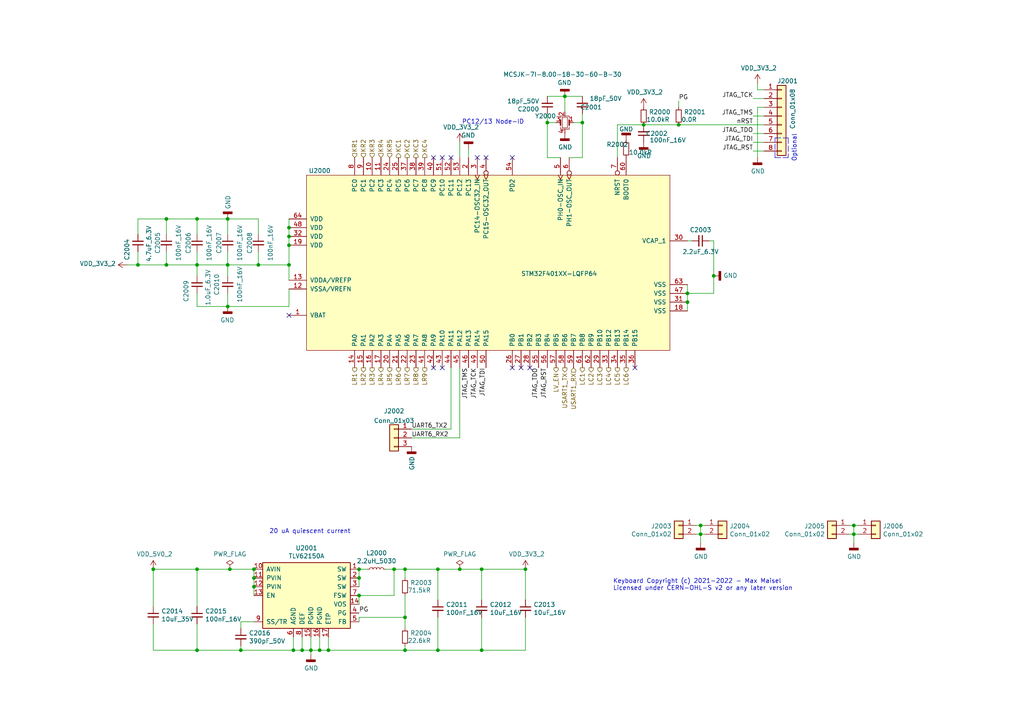
<source format=kicad_sch>
(kicad_sch (version 20211123) (generator eeschema)
  (paper "A4")
  (lib_symbols
    (symbol "Keyboard:0.0R" (pin_numbers hide) (pin_names (offset 0.254) hide)
      (property "Reference" "R" (at 0.762 0.508 0))
      (property "Value" "0.0R" (at 0.762 -1.016 0))
      (symbol "0.0R_0_1"
        (rectangle (start -0.762 1.778) (end 0.762 -1.778) (stroke (width 0.2032)))
      )
      (symbol "0.0R_1_1"
        (pin passive line (at 0 2.54 270) (length 0.762) (name "~") (number "1"))
        (pin passive line (at 0 -2.54 90) (length 0.762) (name "~") (number "2"))
      )
    )
    (symbol "Keyboard:1.0uF_6.3V" (pin_numbers hide) (pin_names (offset 0.254) hide)
      (property "Reference" "C" (at 0.254 1.778 0))
      (property "Value" "1.0uF_6.3V" (at 0.254 -2.032 0))
      (symbol "1.0uF_6.3V_0_1"
        (polyline (pts (xy -1.524 -0.508) (xy 1.524 -0.508)) (stroke (width 0.3302)))
        (polyline (pts (xy -1.524 0.508) (xy 1.524 0.508)) (stroke (width 0.3048)))
      )
      (symbol "1.0uF_6.3V_1_1"
        (pin passive line (at 0 2.54 270) (length 2.032) (name "~") (number "1"))
        (pin passive line (at 0 -2.54 90) (length 2.032) (name "~") (number "2"))
      )
    )
    (symbol "Keyboard:10.0kR" (pin_numbers hide) (pin_names (offset 0.254) hide)
      (property "Reference" "R" (at 0.762 0.508 0))
      (property "Value" "10.0kR" (at 0.762 -1.016 0))
      (symbol "10.0kR_0_1"
        (rectangle (start -0.762 1.778) (end 0.762 -1.778) (stroke (width 0.2032)))
      )
      (symbol "10.0kR_1_1"
        (pin passive line (at 0 2.54 270) (length 0.762) (name "~") (number "1"))
        (pin passive line (at 0 -2.54 90) (length 0.762) (name "~") (number "2"))
      )
    )
    (symbol "Keyboard:100nF_16V" (pin_numbers hide) (pin_names (offset 0.254) hide)
      (property "Reference" "C" (at 0.254 1.778 0))
      (property "Value" "100nF_16V" (at 0.254 -2.032 0))
      (symbol "100nF_16V_0_1"
        (polyline (pts (xy -1.524 -0.508) (xy 1.524 -0.508)) (stroke (width 0.3302)))
        (polyline (pts (xy -1.524 0.508) (xy 1.524 0.508)) (stroke (width 0.3048)))
      )
      (symbol "100nF_16V_1_1"
        (pin passive line (at 0 2.54 270) (length 2.032) (name "~") (number "1"))
        (pin passive line (at 0 -2.54 90) (length 2.032) (name "~") (number "2"))
      )
    )
    (symbol "Keyboard:10uF_16V" (pin_numbers hide) (pin_names (offset 0.254) hide)
      (property "Reference" "C" (at 0.254 1.778 0))
      (property "Value" "10uF_16V" (at 0.254 -2.032 0))
      (symbol "10uF_16V_0_1"
        (polyline (pts (xy -1.524 -0.508) (xy 1.524 -0.508)) (stroke (width 0.3302)))
        (polyline (pts (xy -1.524 0.508) (xy 1.524 0.508)) (stroke (width 0.3048)))
      )
      (symbol "10uF_16V_1_1"
        (pin passive line (at 0 2.54 270) (length 2.032) (name "~") (number "1"))
        (pin passive line (at 0 -2.54 90) (length 2.032) (name "~") (number "2"))
      )
    )
    (symbol "Keyboard:10uF_35V" (pin_numbers hide) (pin_names (offset 0.254) hide)
      (property "Reference" "C" (at 0.254 1.778 0))
      (property "Value" "10uF_35V" (at 0.254 -2.032 0))
      (symbol "10uF_35V_0_1"
        (polyline (pts (xy -1.524 -0.508) (xy 1.524 -0.508)) (stroke (width 0.3302)))
        (polyline (pts (xy -1.524 0.508) (xy 1.524 0.508)) (stroke (width 0.3048)))
      )
      (symbol "10uF_35V_1_1"
        (pin passive line (at 0 2.54 270) (length 2.032) (name "~") (number "1"))
        (pin passive line (at 0 -2.54 90) (length 2.032) (name "~") (number "2"))
      )
    )
    (symbol "Keyboard:18pF_50V" (pin_numbers hide) (pin_names (offset 0.254) hide)
      (property "Reference" "C" (at 0.254 1.778 0))
      (property "Value" "18pF_50V" (at 0.254 -2.032 0))
      (symbol "18pF_50V_0_1"
        (polyline (pts (xy -1.524 -0.508) (xy 1.524 -0.508)) (stroke (width 0.3302)))
        (polyline (pts (xy -1.524 0.508) (xy 1.524 0.508)) (stroke (width 0.3048)))
      )
      (symbol "18pF_50V_1_1"
        (pin passive line (at 0 2.54 270) (length 2.032) (name "~") (number "1"))
        (pin passive line (at 0 -2.54 90) (length 2.032) (name "~") (number "2"))
      )
    )
    (symbol "Keyboard:2.2uF_6.3V" (pin_numbers hide) (pin_names (offset 0.254) hide)
      (property "Reference" "C" (at 0.254 1.778 0))
      (property "Value" "2.2uF_6.3V" (at 0.254 -2.032 0))
      (symbol "2.2uF_6.3V_0_1"
        (polyline (pts (xy -1.524 -0.508) (xy 1.524 -0.508)) (stroke (width 0.3302)))
        (polyline (pts (xy -1.524 0.508) (xy 1.524 0.508)) (stroke (width 0.3048)))
      )
      (symbol "2.2uF_6.3V_1_1"
        (pin passive line (at 0 2.54 270) (length 2.032) (name "~") (number "1"))
        (pin passive line (at 0 -2.54 90) (length 2.032) (name "~") (number "2"))
      )
    )
    (symbol "Keyboard:2.2uH_5030" (pin_numbers hide) (pin_names (offset 0.254) hide)
      (property "Reference" "L" (at 0.762 1.016 0))
      (property "Value" "2.2uH_5030" (at 0.762 -1.016 0))
      (symbol "2.2uH_5030_0_1"
        (arc (start 0 -2.032) (mid 0.508 -1.524) (end 0 -1.016))
        (arc (start 0 -1.016) (mid 0.508 -0.508) (end 0 0))
        (arc (start 0 0) (mid 0.508 0.508) (end 0 1.016))
        (arc (start 0 1.016) (mid 0.508 1.524) (end 0 2.032))
      )
      (symbol "2.2uH_5030_1_1"
        (pin passive line (at 0 2.54 270) (length 0.508) (name "~") (number "1"))
        (pin passive line (at 0 -2.54 90) (length 0.508) (name "~") (number "2"))
      )
    )
    (symbol "Keyboard:22.6kR" (pin_numbers hide) (pin_names (offset 0.254) hide)
      (property "Reference" "R" (at 0.762 0.508 0))
      (property "Value" "22.6kR" (at 0.762 -1.016 0))
      (symbol "22.6kR_0_1"
        (rectangle (start -0.762 1.778) (end 0.762 -1.778) (stroke (width 0.2032)))
      )
      (symbol "22.6kR_1_1"
        (pin passive line (at 0 2.54 270) (length 0.762) (name "~") (number "1"))
        (pin passive line (at 0 -2.54 90) (length 0.762) (name "~") (number "2"))
      )
    )
    (symbol "Keyboard:390pF_50V" (pin_numbers hide) (pin_names (offset 0.254) hide)
      (property "Reference" "C" (at 0.254 1.778 0))
      (property "Value" "390pF_50V" (at 0.254 -2.032 0))
      (symbol "390pF_50V_0_1"
        (polyline (pts (xy -1.524 -0.508) (xy 1.524 -0.508)) (stroke (width 0.3302)))
        (polyline (pts (xy -1.524 0.508) (xy 1.524 0.508)) (stroke (width 0.3048)))
      )
      (symbol "390pF_50V_1_1"
        (pin passive line (at 0 2.54 270) (length 2.032) (name "~") (number "1"))
        (pin passive line (at 0 -2.54 90) (length 2.032) (name "~") (number "2"))
      )
    )
    (symbol "Keyboard:4.7uF_6.3V" (pin_numbers hide) (pin_names (offset 0.254) hide)
      (property "Reference" "C" (at 0.254 1.778 0))
      (property "Value" "4.7uF_6.3V" (at 0.254 -2.032 0))
      (symbol "4.7uF_6.3V_0_1"
        (polyline (pts (xy -1.524 -0.508) (xy 1.524 -0.508)) (stroke (width 0.3302)))
        (polyline (pts (xy -1.524 0.508) (xy 1.524 0.508)) (stroke (width 0.3048)))
      )
      (symbol "4.7uF_6.3V_1_1"
        (pin passive line (at 0 2.54 270) (length 2.032) (name "~") (number "1"))
        (pin passive line (at 0 -2.54 90) (length 2.032) (name "~") (number "2"))
      )
    )
    (symbol "Keyboard:71.5kR" (pin_numbers hide) (pin_names (offset 0.254) hide)
      (property "Reference" "R" (at 0.762 0.508 0))
      (property "Value" "71.5kR" (at 0.762 -1.016 0))
      (symbol "71.5kR_0_1"
        (rectangle (start -0.762 1.778) (end 0.762 -1.778) (stroke (width 0.2032)))
      )
      (symbol "71.5kR_1_1"
        (pin passive line (at 0 2.54 270) (length 0.762) (name "~") (number "1"))
        (pin passive line (at 0 -2.54 90) (length 0.762) (name "~") (number "2"))
      )
    )
    (symbol "Keyboard:Conn_01x02" (pin_names (offset 1.016) hide)
      (property "Reference" "J" (at 0 3.81 0))
      (property "Value" "Conn_01x02" (at 0 -3.81 0))
      (symbol "Conn_01x02_1_1"
        (rectangle (start -1.27 -1.143) (end 0 -1.397) (stroke (width 0.1524)))
        (rectangle (start -1.27 1.397) (end 0 1.143) (stroke (width 0.1524)))
        (rectangle (start -1.27 2.54) (end 1.27 -2.54) (stroke (width 0.254)) (fill (type background)))
        (pin passive line (at -5.08 1.27 0) (length 3.81) (name "Pin_1") (number "1"))
        (pin passive line (at -5.08 -1.27 0) (length 3.81) (name "Pin_2") (number "2"))
      )
    )
    (symbol "Keyboard:Conn_01x03" (pin_names (offset 1.016) hide)
      (property "Reference" "J" (at 0 5.08 0))
      (property "Value" "Conn_01x03" (at 0 -5.715 0))
      (symbol "Conn_01x03_1_1"
        (rectangle (start -1.27 -2.413) (end 0 -2.667) (stroke (width 0.1524)))
        (rectangle (start -1.27 0.127) (end 0 -0.127) (stroke (width 0.1524)))
        (rectangle (start -1.27 2.667) (end 0 2.413) (stroke (width 0.1524)))
        (rectangle (start -1.27 3.81) (end 1.27 -3.81) (stroke (width 0.254)) (fill (type background)))
        (pin passive line (at -5.08 2.54 0) (length 3.81) (name "Pin_1") (number "1"))
        (pin passive line (at -5.08 0 0) (length 3.81) (name "Pin_2") (number "2"))
        (pin passive line (at -5.08 -2.54 0) (length 3.81) (name "Pin_3") (number "3"))
      )
    )
    (symbol "Keyboard:Conn_01x08" (pin_names (offset 1.016) hide)
      (property "Reference" "J" (at 0 10.16 0))
      (property "Value" "Conn_01x08" (at 0 -12.7 0))
      (symbol "Conn_01x08_1_1"
        (rectangle (start -1.27 -10.033) (end 0 -10.287) (stroke (width 0.1524)))
        (rectangle (start -1.27 -7.493) (end 0 -7.747) (stroke (width 0.1524)))
        (rectangle (start -1.27 -4.953) (end 0 -5.207) (stroke (width 0.1524)))
        (rectangle (start -1.27 -2.413) (end 0 -2.667) (stroke (width 0.1524)))
        (rectangle (start -1.27 0.127) (end 0 -0.127) (stroke (width 0.1524)))
        (rectangle (start -1.27 2.667) (end 0 2.413) (stroke (width 0.1524)))
        (rectangle (start -1.27 5.207) (end 0 4.953) (stroke (width 0.1524)))
        (rectangle (start -1.27 7.747) (end 0 7.493) (stroke (width 0.1524)))
        (rectangle (start -1.27 8.89) (end 1.27 -11.43) (stroke (width 0.254)) (fill (type background)))
        (pin passive line (at -5.08 7.62 0) (length 3.81) (name "Pin_1") (number "1"))
        (pin passive line (at -5.08 5.08 0) (length 3.81) (name "Pin_2") (number "2"))
        (pin passive line (at -5.08 2.54 0) (length 3.81) (name "Pin_3") (number "3"))
        (pin passive line (at -5.08 0 0) (length 3.81) (name "Pin_4") (number "4"))
        (pin passive line (at -5.08 -2.54 0) (length 3.81) (name "Pin_5") (number "5"))
        (pin passive line (at -5.08 -5.08 0) (length 3.81) (name "Pin_6") (number "6"))
        (pin passive line (at -5.08 -7.62 0) (length 3.81) (name "Pin_7") (number "7"))
        (pin passive line (at -5.08 -10.16 0) (length 3.81) (name "Pin_8") (number "8"))
      )
    )
    (symbol "Keyboard:GND" (power) (pin_names (offset 0))
      (property "Value" "GND" (at 0 -3.175 0))
      (symbol "GND_0_1"
        (rectangle (start -1.27 -1.524) (end 1.27 -2.032) (stroke (width 0.254)) (fill (type outline)))
        (polyline (pts (xy 0 0) (xy 0 -1.524)))
      )
      (symbol "GND_1_1"
        (pin power_in line (at 0 0 270) (length 0) hide (name "GND") (number "1"))
      )
    )
    (symbol "Keyboard:MCSJK-7I-8.00-18-30-60-B-30" (pin_names (offset 1.016) hide)
      (property "Reference" "Y" (at 1.27 4.445 0))
      (property "Value" "MCSJK-7I-8.00-18-30-60-B-30" (at 1.27 2.54 0))
      (symbol "MCSJK-7I-8.00-18-30-60-B-30_0_1"
        (rectangle (start -0.762 -1.524) (end 0.762 1.524))
        (polyline (pts (xy -1.27 -0.762) (xy -1.27 0.762)) (stroke (width 0.381)))
        (polyline (pts (xy 1.27 -0.762) (xy 1.27 0.762)) (stroke (width 0.381)))
        (polyline (pts (xy -1.27 -1.27) (xy -1.27 -1.905) (xy 1.27 -1.905) (xy 1.27 -1.27)))
        (polyline (pts (xy -1.27 1.27) (xy -1.27 1.905) (xy 1.27 1.905) (xy 1.27 1.27)))
      )
      (symbol "MCSJK-7I-8.00-18-30-60-B-30_1_1"
        (pin passive line (at -2.54 0 0) (length 1.27) (name "1") (number "1"))
        (pin passive line (at 0 -3.175 90) (length 1.27) (name "2") (number "2"))
        (pin passive line (at 2.54 0 180) (length 1.27) (name "3") (number "3"))
        (pin passive line (at 0 3.175 270) (length 1.27) (name "4") (number "4"))
      )
    )
    (symbol "Keyboard:PWR_FLAG" (power) (pin_numbers hide) (pin_names (offset 0) hide)
      (property "Value" "PWR_FLAG" (at 0 3.81 0))
      (symbol "PWR_FLAG_0_0"
        (pin power_out line (at 0 0 90) (length 0) (name "pwr") (number "1"))
      )
      (symbol "PWR_FLAG_0_1"
        (polyline (pts (xy 0 0) (xy 0 1.27) (xy -1.016 1.905) (xy 0 2.54) (xy 1.016 1.905) (xy 0 1.27)))
      )
    )
    (symbol "Keyboard:STM32F401XX-LQFP64" (pin_names (offset 1.016))
      (property "Reference" "U" (at -36.83 77.47 0))
      (property "Value" "STM32F401XX-LQFP64" (at 20.32 -31.75 0))
      (symbol "STM32F401XX-LQFP64_0_1"
        (rectangle (start -25.4 76.2) (end 25.4 -29.21) (fill (type background)))
      )
      (symbol "STM32F401XX-LQFP64_1_1"
        (pin power_in line (at -15.24 81.28 270) (length 5.08) (name "VBAT") (number "1"))
        (pin bidirectional line (at 30.48 57.15 180) (length 5.08) (name "PC2") (number "10"))
        (pin bidirectional line (at 30.48 54.61 180) (length 5.08) (name "PC3") (number "11"))
        (pin power_in line (at -7.62 81.28 270) (length 5.08) (name "VSSA/VREFN") (number "12"))
        (pin power_in line (at -5.08 81.28 270) (length 5.08) (name "VDDA/VREFP") (number "13"))
        (pin bidirectional line (at -30.48 62.23 0) (length 5.08) (name "PA0") (number "14"))
        (pin bidirectional line (at -30.48 59.69 0) (length 5.08) (name "PA1") (number "15"))
        (pin bidirectional line (at -30.48 57.15 0) (length 5.08) (name "PA2") (number "16"))
        (pin bidirectional line (at -30.48 54.61 0) (length 5.08) (name "PA3") (number "17"))
        (pin power_in line (at -13.97 -34.29 90) (length 5.08) (name "VSS") (number "18"))
        (pin power_in line (at 5.08 81.28 270) (length 5.08) (name "VDD") (number "19"))
        (pin bidirectional line (at 30.48 29.21 180) (length 5.08) (name "PC13") (number "2"))
        (pin bidirectional line (at -30.48 52.07 0) (length 5.08) (name "PA4") (number "20"))
        (pin bidirectional line (at -30.48 49.53 0) (length 5.08) (name "PA5") (number "21"))
        (pin bidirectional line (at -30.48 46.99 0) (length 5.08) (name "PA6") (number "22"))
        (pin bidirectional line (at -30.48 44.45 0) (length 5.08) (name "PA7") (number "23"))
        (pin bidirectional line (at 30.48 52.07 180) (length 5.08) (name "PC4") (number "24"))
        (pin bidirectional line (at 30.48 49.53 180) (length 5.08) (name "PC5") (number "25"))
        (pin bidirectional line (at -30.48 16.51 0) (length 5.08) (name "PB0") (number "26"))
        (pin bidirectional line (at -30.48 13.97 0) (length 5.08) (name "PB1") (number "27"))
        (pin bidirectional line (at -30.48 11.43 0) (length 5.08) (name "PB2") (number "28"))
        (pin bidirectional line (at -30.48 -8.89 0) (length 5.08) (name "PB10") (number "29"))
        (pin bidirectional clock (at 30.48 26.67 180) (length 5.08) (name "PC14-OSC32_IN") (number "3"))
        (pin passive line (at 6.35 -34.29 90) (length 5.08) (name "VCAP_1") (number "30"))
        (pin power_in line (at -11.43 -34.29 90) (length 5.08) (name "VSS") (number "31"))
        (pin power_in line (at 7.62 81.28 270) (length 5.08) (name "VDD") (number "32"))
        (pin bidirectional line (at -30.48 -11.43 0) (length 5.08) (name "PB12") (number "33"))
        (pin bidirectional line (at -30.48 -13.97 0) (length 5.08) (name "PB13") (number "34"))
        (pin bidirectional line (at -30.48 -16.51 0) (length 5.08) (name "PB14") (number "35"))
        (pin bidirectional line (at -30.48 -19.05 0) (length 5.08) (name "PB15") (number "36"))
        (pin bidirectional line (at 30.48 46.99 180) (length 5.08) (name "PC6") (number "37"))
        (pin bidirectional line (at 30.48 44.45 180) (length 5.08) (name "PC7") (number "38"))
        (pin bidirectional line (at 30.48 41.91 180) (length 5.08) (name "PC8") (number "39"))
        (pin bidirectional inverted_clock (at 30.48 24.13 180) (length 5.08) (name "PC15-OSC32_OUT") (number "4"))
        (pin bidirectional line (at 30.48 39.37 180) (length 5.08) (name "PC9") (number "40"))
        (pin bidirectional line (at -30.48 41.91 0) (length 5.08) (name "PA8") (number "41"))
        (pin bidirectional line (at -30.48 39.37 0) (length 5.08) (name "PA9") (number "42"))
        (pin bidirectional line (at -30.48 36.83 0) (length 5.08) (name "PA10") (number "43"))
        (pin bidirectional line (at -30.48 34.29 0) (length 5.08) (name "PA11") (number "44"))
        (pin bidirectional line (at -30.48 31.75 0) (length 5.08) (name "PA12") (number "45"))
        (pin bidirectional line (at -30.48 29.21 0) (length 5.08) (name "PA13") (number "46"))
        (pin power_in line (at -8.89 -34.29 90) (length 5.08) (name "VSS") (number "47"))
        (pin power_in line (at 10.16 81.28 270) (length 5.08) (name "VDD") (number "48"))
        (pin bidirectional line (at -30.48 26.67 0) (length 5.08) (name "PA14") (number "49"))
        (pin bidirectional clock (at 30.48 2.54 180) (length 5.08) (name "PH0-OSC_IN") (number "5"))
        (pin bidirectional line (at -30.48 24.13 0) (length 5.08) (name "PA15") (number "50"))
        (pin bidirectional line (at 30.48 36.83 180) (length 5.08) (name "PC10") (number "51"))
        (pin bidirectional line (at 30.48 34.29 180) (length 5.08) (name "PC11") (number "52"))
        (pin bidirectional line (at 30.48 31.75 180) (length 5.08) (name "PC12") (number "53"))
        (pin bidirectional line (at 30.48 16.51 180) (length 5.08) (name "PD2") (number "54"))
        (pin bidirectional line (at -30.48 8.89 0) (length 5.08) (name "PB3") (number "55"))
        (pin bidirectional line (at -30.48 6.35 0) (length 5.08) (name "PB4") (number "56"))
        (pin bidirectional line (at -30.48 3.81 0) (length 5.08) (name "PB5") (number "57"))
        (pin bidirectional line (at -30.48 1.27 0) (length 5.08) (name "PB6") (number "58"))
        (pin bidirectional line (at -30.48 -1.27 0) (length 5.08) (name "PB7") (number "59"))
        (pin bidirectional inverted_clock (at 30.48 0 180) (length 5.08) (name "PH1-OSC_OUT") (number "6"))
        (pin input line (at 30.48 -16.51 180) (length 5.08) (name "BOOT0") (number "60"))
        (pin bidirectional line (at -30.48 -3.81 0) (length 5.08) (name "PB8") (number "61"))
        (pin bidirectional line (at -30.48 -6.35 0) (length 5.08) (name "PB9") (number "62"))
        (pin power_in line (at -6.35 -34.29 90) (length 5.08) (name "VSS") (number "63"))
        (pin power_in line (at 12.7 81.28 270) (length 5.08) (name "VDD") (number "64"))
        (pin input inverted (at 30.48 -13.97 180) (length 5.08) (name "NRST") (number "7"))
        (pin bidirectional line (at 30.48 62.23 180) (length 5.08) (name "PC0") (number "8"))
        (pin bidirectional line (at 30.48 59.69 180) (length 5.08) (name "PC1") (number "9"))
      )
    )
    (symbol "Keyboard:TLV62150A" (pin_names (offset 1.016))
      (property "Reference" "U" (at -11.43 10.16 0))
      (property "Value" "TLV62150A" (at 7.62 10.16 0))
      (symbol "TLV62150A_0_1"
        (rectangle (start 12.7 -10.16) (end -12.7 8.89) (stroke (width 0.254)) (fill (type background)))
      )
      (symbol "TLV62150A_1_1"
        (pin output line (at 15.24 6.985 180) (length 2.54) (name "SW") (number "1"))
        (pin power_in line (at -15.24 6.985 0) (length 2.54) (name "AVIN") (number "10"))
        (pin power_in line (at -15.24 4.445 0) (length 2.54) (name "PVIN") (number "11"))
        (pin power_in line (at -15.24 1.905 0) (length 2.54) (name "PVIN") (number "12"))
        (pin input line (at -15.24 -0.635 0) (length 2.54) (name "EN") (number "13"))
        (pin input line (at 15.24 -3.175 180) (length 2.54) (name "VOS") (number "14"))
        (pin power_in line (at 1.27 -12.7 90) (length 2.54) (name "PGND") (number "15"))
        (pin power_in line (at 3.81 -12.7 90) (length 2.54) (name "PGND") (number "16"))
        (pin power_in line (at 6.35 -12.7 90) (length 2.54) (name "ETP") (number "17"))
        (pin passive line (at 15.24 4.445 180) (length 2.54) (name "SW") (number "2"))
        (pin passive line (at 15.24 1.905 180) (length 2.54) (name "SW") (number "3"))
        (pin output line (at 15.24 -5.715 180) (length 2.54) (name "PG") (number "4"))
        (pin input line (at 15.24 -8.255 180) (length 2.54) (name "FB") (number "5"))
        (pin power_in line (at -3.81 -12.7 90) (length 2.54) (name "AGND") (number "6"))
        (pin input line (at 15.24 -0.635 180) (length 2.54) (name "FSW") (number "7"))
        (pin input line (at -1.27 -12.7 90) (length 2.54) (name "DEF") (number "8"))
        (pin input line (at -15.24 -8.255 0) (length 2.54) (name "SS/TR") (number "9"))
      )
    )
    (symbol "Keyboard:VDD_3V3_2" (power) (pin_names (offset 0))
      (property "Value" "VDD_3V3_2" (at 0 3.556 0))
      (symbol "VDD_3V3_2_0_1"
        (polyline (pts (xy -0.762 1.27) (xy 0 2.54)))
        (polyline (pts (xy 0 0) (xy 0 2.54)))
        (polyline (pts (xy 0 2.54) (xy 0.762 1.27)))
      )
      (symbol "VDD_3V3_2_1_1"
        (pin power_in line (at 0 0 90) (length 0) hide (name "VDD_3V3_2") (number "1"))
      )
    )
    (symbol "Keyboard:VDD_5V0_2" (power) (pin_names (offset 0))
      (property "Value" "VDD_5V0_2" (at 0 3.556 0))
      (symbol "VDD_5V0_2_0_1"
        (polyline (pts (xy -0.762 1.27) (xy 0 2.54)))
        (polyline (pts (xy 0 0) (xy 0 2.54)))
        (polyline (pts (xy 0 2.54) (xy 0.762 1.27)))
      )
      (symbol "VDD_5V0_2_1_1"
        (pin power_in line (at 0 0 90) (length 0) hide (name "VDD_5V0_2") (number "1"))
      )
    )
  )
  (junction (at 73.66 165.1))
  (junction (at 73.66 170.18))
  (junction (at 83.82 71.12))
  (junction (at 48.26 76.835))
  (junction (at 40.005 76.835))
  (junction (at 69.85 188.595))
  (junction (at 139.7 188.595))
  (junction (at 57.15 188.595))
  (junction (at 83.82 66.04))
  (junction (at 199.39 87.63))
  (junction (at 104.14 167.64))
  (junction (at 163.83 27.94))
  (junction (at 203.2 152.4))
  (junction (at 152.4 165.1))
  (junction (at 199.39 85.09))
  (junction (at 196.85 36.195))
  (junction (at 186.69 36.195))
  (junction (at 83.82 68.58))
  (junction (at 104.14 165.1))
  (junction (at 90.17 188.595))
  (junction (at 117.475 188.595))
  (junction (at 83.82 76.835))
  (junction (at 247.65 154.94))
  (junction (at 207.01 80.01))
  (junction (at 73.66 167.64))
  (junction (at 57.15 76.835))
  (junction (at 158.75 35.56))
  (junction (at 203.2 154.94))
  (junction (at 85.09 188.595))
  (junction (at 87.63 188.595))
  (junction (at 92.71 188.595))
  (junction (at 117.475 179.07))
  (junction (at 44.45 165.1))
  (junction (at 66.04 88.9))
  (junction (at 247.65 152.4))
  (junction (at 66.04 63.5))
  (junction (at 127 188.595))
  (junction (at 66.04 76.835))
  (junction (at 95.25 188.595))
  (junction (at 168.91 35.56))
  (junction (at 104.14 172.72))
  (junction (at 117.475 165.1))
  (junction (at 139.7 165.1))
  (junction (at 114.3 165.1))
  (junction (at 127 165.1))
  (junction (at 66.675 165.1))
  (junction (at 133.35 165.1))
  (junction (at 48.26 63.5))
  (junction (at 57.15 165.1))
  (junction (at 57.15 63.5))
  (junction (at 74.93 76.835))
  (no_connect (at 125.73 106.68))
  (no_connect (at 148.59 106.68))
  (no_connect (at 184.15 106.68))
  (no_connect (at 138.43 45.72))
  (no_connect (at 128.27 45.72))
  (no_connect (at 148.59 45.72))
  (no_connect (at 140.97 45.72))
  (no_connect (at 125.73 45.72))
  (no_connect (at 130.81 45.72))
  (no_connect (at 128.27 106.68))
  (no_connect (at 151.13 106.68))
  (no_connect (at 153.67 106.68))
  (no_connect (at 83.82 91.44))
  (wire (pts (xy 199.39 87.63) (xy 199.39 85.09)))
  (wire (pts (xy 199.39 85.09) (xy 199.39 82.55)))
  (polyline (pts (xy 224.79 40.005) (xy 228.6 40.005)))
  (wire (pts (xy 186.69 36.195) (xy 196.85 36.195)))
  (wire (pts (xy 246.38 152.4) (xy 247.65 152.4)))
  (wire (pts (xy 221.615 33.655) (xy 218.44 33.655)))
  (wire (pts (xy 87.63 184.785) (xy 87.63 188.595)))
  (wire (pts (xy 196.85 29.21) (xy 196.85 31.115)))
  (wire (pts (xy 133.35 106.68) (xy 133.35 127)))
  (wire (pts (xy 40.005 73.025) (xy 40.005 76.835)))
  (wire (pts (xy 201.93 154.94) (xy 203.2 154.94)))
  (wire (pts (xy 111.76 165.1) (xy 114.3 165.1)))
  (wire (pts (xy 114.3 172.72) (xy 114.3 165.1)))
  (wire (pts (xy 247.65 152.4) (xy 247.65 154.94)))
  (wire (pts (xy 95.25 184.785) (xy 95.25 188.595)))
  (wire (pts (xy 40.005 67.945) (xy 40.005 63.5)))
  (wire (pts (xy 83.82 66.04) (xy 83.82 68.58)))
  (wire (pts (xy 139.7 173.99) (xy 139.7 165.1)))
  (wire (pts (xy 66.04 88.9) (xy 66.04 85.09)))
  (wire (pts (xy 207.01 85.09) (xy 207.01 80.01)))
  (wire (pts (xy 152.4 188.595) (xy 139.7 188.595)))
  (wire (pts (xy 119.38 127) (xy 133.35 127)))
  (wire (pts (xy 117.475 172.72) (xy 117.475 179.07)))
  (wire (pts (xy 57.15 80.01) (xy 57.15 76.835)))
  (wire (pts (xy 85.09 184.785) (xy 85.09 188.595)))
  (wire (pts (xy 130.81 124.46) (xy 130.81 106.68)))
  (wire (pts (xy 152.4 165.1) (xy 152.4 173.99)))
  (wire (pts (xy 66.675 165.1) (xy 73.66 165.1)))
  (wire (pts (xy 165.1 45.72) (xy 168.91 45.72)))
  (wire (pts (xy 57.15 165.1) (xy 66.675 165.1)))
  (wire (pts (xy 117.475 179.07) (xy 117.475 182.245)))
  (wire (pts (xy 179.07 36.195) (xy 179.07 45.72)))
  (wire (pts (xy 57.15 88.9) (xy 66.04 88.9)))
  (wire (pts (xy 104.14 179.07) (xy 117.475 179.07)))
  (wire (pts (xy 152.4 179.07) (xy 152.4 188.595)))
  (wire (pts (xy 158.75 45.72) (xy 162.56 45.72)))
  (wire (pts (xy 139.7 188.595) (xy 127 188.595)))
  (wire (pts (xy 83.82 76.835) (xy 74.93 76.835)))
  (wire (pts (xy 44.45 165.1) (xy 57.15 165.1)))
  (wire (pts (xy 200.66 69.85) (xy 199.39 69.85)))
  (wire (pts (xy 247.65 154.94) (xy 248.92 154.94)))
  (wire (pts (xy 218.44 38.735) (xy 221.615 38.735)))
  (wire (pts (xy 246.38 154.94) (xy 247.65 154.94)))
  (wire (pts (xy 117.475 165.1) (xy 127 165.1)))
  (wire (pts (xy 117.475 165.1) (xy 117.475 167.64)))
  (polyline (pts (xy 224.79 45.72) (xy 228.6 45.72)))
  (wire (pts (xy 168.91 35.56) (xy 166.37 35.56)))
  (wire (pts (xy 73.66 170.18) (xy 73.66 172.72)))
  (wire (pts (xy 40.005 63.5) (xy 48.26 63.5)))
  (wire (pts (xy 219.71 31.115) (xy 221.615 31.115)))
  (wire (pts (xy 119.38 124.46) (xy 130.81 124.46)))
  (wire (pts (xy 114.3 165.1) (xy 117.475 165.1)))
  (wire (pts (xy 117.475 188.595) (xy 95.25 188.595)))
  (wire (pts (xy 57.15 73.025) (xy 57.15 76.835)))
  (wire (pts (xy 219.71 24.13) (xy 219.71 26.035)))
  (wire (pts (xy 66.04 63.5) (xy 57.15 63.5)))
  (wire (pts (xy 90.17 189.865) (xy 90.17 188.595)))
  (wire (pts (xy 168.91 45.72) (xy 168.91 35.56)))
  (wire (pts (xy 57.15 76.835) (xy 48.26 76.835)))
  (wire (pts (xy 74.93 67.945) (xy 74.93 63.5)))
  (wire (pts (xy 133.35 165.1) (xy 139.7 165.1)))
  (wire (pts (xy 207.01 69.85) (xy 207.01 80.01)))
  (wire (pts (xy 104.14 172.72) (xy 114.3 172.72)))
  (wire (pts (xy 203.2 154.94) (xy 204.47 154.94)))
  (wire (pts (xy 104.14 175.26) (xy 104.14 172.72)))
  (wire (pts (xy 74.93 73.025) (xy 74.93 76.835)))
  (wire (pts (xy 104.14 167.64) (xy 104.14 170.18)))
  (wire (pts (xy 44.45 180.975) (xy 44.45 188.595)))
  (wire (pts (xy 104.14 165.1) (xy 104.14 167.64)))
  (wire (pts (xy 66.04 67.945) (xy 66.04 63.5)))
  (wire (pts (xy 57.15 175.895) (xy 57.15 165.1)))
  (wire (pts (xy 36.83 76.835) (xy 40.005 76.835)))
  (wire (pts (xy 73.66 165.1) (xy 73.66 167.64)))
  (wire (pts (xy 57.15 67.945) (xy 57.15 63.5)))
  (wire (pts (xy 74.93 76.835) (xy 66.04 76.835)))
  (wire (pts (xy 117.475 187.325) (xy 117.475 188.595)))
  (wire (pts (xy 158.75 35.56) (xy 158.75 45.72)))
  (wire (pts (xy 163.83 27.94) (xy 158.75 27.94)))
  (wire (pts (xy 104.14 180.34) (xy 104.14 179.07)))
  (polyline (pts (xy 228.6 40.005) (xy 228.6 45.72)))
  (wire (pts (xy 127 188.595) (xy 117.475 188.595)))
  (wire (pts (xy 127 179.07) (xy 127 188.595)))
  (wire (pts (xy 85.09 188.595) (xy 87.63 188.595)))
  (wire (pts (xy 133.35 41.275) (xy 133.35 45.72)))
  (wire (pts (xy 168.91 33.02) (xy 168.91 35.56)))
  (wire (pts (xy 163.83 32.385) (xy 163.83 27.94)))
  (wire (pts (xy 161.29 35.56) (xy 158.75 35.56)))
  (wire (pts (xy 196.85 36.195) (xy 221.615 36.195)))
  (wire (pts (xy 168.91 27.94) (xy 163.83 27.94)))
  (wire (pts (xy 83.82 71.12) (xy 83.82 76.835)))
  (wire (pts (xy 218.44 28.575) (xy 221.615 28.575)))
  (wire (pts (xy 104.14 165.1) (xy 106.68 165.1)))
  (wire (pts (xy 66.04 76.835) (xy 57.15 76.835)))
  (wire (pts (xy 92.71 184.785) (xy 92.71 188.595)))
  (wire (pts (xy 57.15 180.975) (xy 57.15 188.595)))
  (wire (pts (xy 219.71 45.72) (xy 219.71 31.115)))
  (wire (pts (xy 92.71 188.595) (xy 90.17 188.595)))
  (wire (pts (xy 203.2 157.48) (xy 203.2 154.94)))
  (wire (pts (xy 40.005 76.835) (xy 48.26 76.835)))
  (wire (pts (xy 158.75 35.56) (xy 158.75 33.02)))
  (wire (pts (xy 57.15 85.09) (xy 57.15 88.9)))
  (wire (pts (xy 83.82 68.58) (xy 83.82 71.12)))
  (wire (pts (xy 186.69 36.195) (xy 179.07 36.195)))
  (wire (pts (xy 57.15 188.595) (xy 69.85 188.595)))
  (wire (pts (xy 139.7 179.07) (xy 139.7 188.595)))
  (wire (pts (xy 203.2 152.4) (xy 204.47 152.4)))
  (wire (pts (xy 66.04 80.01) (xy 66.04 76.835)))
  (wire (pts (xy 66.04 73.025) (xy 66.04 76.835)))
  (wire (pts (xy 83.82 83.82) (xy 83.82 88.9)))
  (wire (pts (xy 69.85 188.595) (xy 85.09 188.595)))
  (wire (pts (xy 73.66 167.64) (xy 73.66 170.18)))
  (wire (pts (xy 69.85 182.245) (xy 69.85 180.34)))
  (wire (pts (xy 87.63 188.595) (xy 90.17 188.595)))
  (wire (pts (xy 48.26 73.025) (xy 48.26 76.835)))
  (wire (pts (xy 201.93 152.4) (xy 203.2 152.4)))
  (wire (pts (xy 127 165.1) (xy 133.35 165.1)))
  (wire (pts (xy 127 173.99) (xy 127 165.1)))
  (wire (pts (xy 44.45 175.895) (xy 44.45 165.1)))
  (wire (pts (xy 247.65 152.4) (xy 248.92 152.4)))
  (wire (pts (xy 203.2 152.4) (xy 203.2 154.94)))
  (wire (pts (xy 221.615 41.275) (xy 218.44 41.275)))
  (wire (pts (xy 83.82 63.5) (xy 83.82 66.04)))
  (wire (pts (xy 199.39 90.17) (xy 199.39 87.63)))
  (wire (pts (xy 95.25 188.595) (xy 92.71 188.595)))
  (wire (pts (xy 199.39 85.09) (xy 207.01 85.09)))
  (wire (pts (xy 247.65 157.48) (xy 247.65 154.94)))
  (wire (pts (xy 57.15 63.5) (xy 48.26 63.5)))
  (wire (pts (xy 69.85 180.34) (xy 73.66 180.34)))
  (polyline (pts (xy 224.79 45.72) (xy 224.79 40.005)))
  (wire (pts (xy 48.26 63.5) (xy 48.26 67.945)))
  (wire (pts (xy 83.82 76.835) (xy 83.82 81.28)))
  (wire (pts (xy 90.17 188.595) (xy 90.17 184.785)))
  (wire (pts (xy 135.89 43.18) (xy 135.89 45.72)))
  (wire (pts (xy 218.44 43.815) (xy 221.615 43.815)))
  (wire (pts (xy 205.74 69.85) (xy 207.01 69.85)))
  (wire (pts (xy 139.7 165.1) (xy 152.4 165.1)))
  (wire (pts (xy 69.85 187.325) (xy 69.85 188.595)))
  (wire (pts (xy 66.04 63.5) (xy 74.93 63.5)))
  (wire (pts (xy 66.04 88.9) (xy 83.82 88.9)))
  (wire (pts (xy 44.45 188.595) (xy 57.15 188.595)))
  (wire (pts (xy 219.71 26.035) (xy 221.615 26.035)))
  (text "20 uA quiescent current" (at 78.105 154.94 0) (effects (font (size 1.27 1.27)) (justify left bottom)))
  (text "Optional" (at 231.14 46.99 90) (effects (font (size 1.27 1.27)) (justify left bottom)))
  (text "PC12/13 Node-ID" (at 133.985 36.195 0) (effects (font (size 1.27 1.27)) (justify left bottom)))
  (text "Keyboard Copyright (c) 2021-2022 - Max Maisel\nLicensed under CERN-OHL-S v2 or any later version" (at 177.8 171.45 0) (effects (font (size 1.27 1.27)) (justify left bottom)))
  (label "PG" (at 196.85 29.21 0))
  (label "JTAG_TDI" (at 140.97 106.68 270))
  (label "nRST" (at 218.44 36.195 180))
  (label "JTAG_TDO" (at 156.21 106.68 270))
  (label "UART6_RX2" (at 119.38 127 0))
  (label "JTAG_TMS" (at 218.44 33.655 180))
  (label "JTAG_TCK" (at 218.44 28.575 180))
  (label "JTAG_RST" (at 158.75 106.68 270))
  (label "PG" (at 104.14 177.8 0))
  (label "JTAG_RST" (at 218.44 43.815 180))
  (label "JTAG_TDI" (at 218.44 41.275 180))
  (label "UART6_TX2" (at 119.38 124.46 0))
  (label "JTAG_TMS" (at 135.89 106.68 270))
  (label "JTAG_TDO" (at 218.44 38.735 180))
  (label "JTAG_TCK" (at 138.43 106.68 270))
  (hierarchical_label "KR3" (shape input) (at 107.95 45.72 90))
  (hierarchical_label "KC1" (shape output) (at 115.57 45.72 90))
  (hierarchical_label "KC4" (shape output) (at 123.19 45.72 90))
  (hierarchical_label "LC2" (shape output) (at 171.45 106.68 270))
  (hierarchical_label "LC3" (shape output) (at 173.99 106.68 270))
  (hierarchical_label "USART1_TX" (shape output) (at 163.83 106.68 270))
  (hierarchical_label "LC1" (shape output) (at 168.91 106.68 270))
  (hierarchical_label "KR1" (shape input) (at 102.87 45.72 90))
  (hierarchical_label "LR9" (shape output) (at 123.19 106.68 270))
  (hierarchical_label "KR5" (shape input) (at 113.03 45.72 90))
  (hierarchical_label "LR4" (shape output) (at 110.49 106.68 270))
  (hierarchical_label "KC2" (shape output) (at 118.11 45.72 90))
  (hierarchical_label "LR1" (shape output) (at 102.87 106.68 270))
  (hierarchical_label "LC6" (shape output) (at 181.61 106.68 270))
  (hierarchical_label "LR8" (shape output) (at 120.65 106.68 270))
  (hierarchical_label "KR2" (shape input) (at 105.41 45.72 90))
  (hierarchical_label "LR3" (shape output) (at 107.95 106.68 270))
  (hierarchical_label "LC4" (shape output) (at 176.53 106.68 270))
  (hierarchical_label "KR4" (shape input) (at 110.49 45.72 90))
  (hierarchical_label "USART1_RX" (shape input) (at 166.37 106.68 270))
  (hierarchical_label "KC3" (shape output) (at 120.65 45.72 90))
  (hierarchical_label "LC5" (shape output) (at 179.07 106.68 270))
  (hierarchical_label "LR2" (shape output) (at 105.41 106.68 270))
  (hierarchical_label "LR5" (shape output) (at 113.03 106.68 270))
  (hierarchical_label "LV_EN" (shape output) (at 161.29 106.68 270))
  (hierarchical_label "LR6" (shape output) (at 115.57 106.68 270))
  (hierarchical_label "LR7" (shape output) (at 118.11 106.68 270))
  (symbol (lib_id "Keyboard:100nF_16V") (at 57.15 70.485 0) (mirror y) (unit 1)
    (property "Reference" "C2006" (at 54.61 70.485 90))
    (property "Value" "100nF_16V" (at 60.6552 70.485 90))
    (property "Footprint" "Keyboard:C_0402" (effects hide))
    (property "Datasheet" "80-C0402C104K4R" (effects hide))
    (property "mouser#" "80-C0402C104K4R" (effects hide))
  )
  (symbol (lib_id "Keyboard:100nF_16V") (at 74.93 70.485 0) (mirror y) (unit 1)
    (property "Reference" "C2008" (at 72.39 70.485 90))
    (property "Value" "100nF_16V" (at 78.4352 70.485 90))
    (property "Footprint" "Keyboard:C_0402" (effects hide))
    (property "Datasheet" "80-C0402C104K4R" (effects hide))
    (property "mouser#" "80-C0402C104K4R" (effects hide))
  )
  (symbol (lib_id "Keyboard:MCSJK-7I-8.00-18-30-60-B-30") (at 163.83 35.56 180) (unit 1)
    (property "Reference" "Y2000" (at 161.29 33.655 0) (effects (justify left)))
    (property "Value" "MCSJK-7I-8.00-18-30-60-B-30" (at 180.34 21.59 0) (effects (justify left)))
    (property "Footprint" "Keyboard:Crystal_SMD_Multicomp_5032" (effects hide))
    (property "Datasheet" "http://www.farnell.com/datasheets/2864167.pdf" (effects hide))
    (property "farnell#" "2854013" (effects hide))
    (property "manf#" "MCSJK-7I-8.00-18-30-60-B-30" (effects hide))
  )
  (symbol (lib_id "Keyboard:GND") (at 186.69 41.275 0) (unit 1)
    (property "Reference" "#PWR02006" (effects hide))
    (property "Value" "GND" (at 186.7916 45.212 0))
  )
  (symbol (lib_id "Keyboard:VDD_3V3_2") (at 219.71 24.13 0) (unit 1)
    (property "Reference" "#PWR02000" (effects hide))
    (property "Value" "VDD_3V3_2" (at 220.091 19.7358 0))
  )
  (symbol (lib_id "Keyboard:VDD_3V3_2") (at 186.69 31.115 0) (unit 1)
    (property "Reference" "#PWR02002" (effects hide))
    (property "Value" "VDD_3V3_2" (at 187.071 26.7208 0))
  )
  (symbol (lib_id "Keyboard:GND") (at 90.17 189.865 0) (unit 1)
    (property "Reference" "#PWR02015" (effects hide))
    (property "Value" "GND" (at 90.2716 193.802 0))
  )
  (symbol (lib_id "Keyboard:VDD_5V0_2") (at 44.45 165.1 0) (unit 1)
    (property "Reference" "#PWR02013" (effects hide))
    (property "Value" "VDD_5V0_2" (at 44.831 160.7058 0))
  )
  (symbol (lib_id "Keyboard:VDD_3V3_2") (at 152.4 165.1 0) (unit 1)
    (property "Reference" "#PWR02014" (effects hide))
    (property "Value" "VDD_3V3_2" (at 152.781 160.7058 0))
  )
  (symbol (lib_id "Keyboard:2.2uF_6.3V") (at 203.2 69.85 270) (unit 1)
    (property "Reference" "C2003" (at 203.2 66.675 90))
    (property "Value" "2.2uF_6.3V" (at 203.2 73.025 90))
    (property "Footprint" "Keyboard:C_0402" (effects hide))
    (property "Datasheet" "81-GRM155R60J225ME9D" (effects hide))
    (property "mouser#" "81-GRM155R60J225ME9D" (effects hide))
  )
  (symbol (lib_id "Keyboard:GND") (at 207.01 80.01 90) (unit 1)
    (property "Reference" "#PWR02011" (effects hide))
    (property "Value" "GND" (at 209.804 79.9084 90) (effects (justify right)))
  )
  (symbol (lib_id "Keyboard:100nF_16V") (at 48.26 70.485 0) (mirror y) (unit 1)
    (property "Reference" "C2005" (at 45.72 70.485 90))
    (property "Value" "100nF_16V" (at 51.7652 70.485 90))
    (property "Footprint" "Keyboard:C_0402" (effects hide))
    (property "Datasheet" "80-C0402C104K4R" (effects hide))
    (property "mouser#" "80-C0402C104K4R" (effects hide))
  )
  (symbol (lib_id "Keyboard:100nF_16V") (at 66.04 70.485 0) (mirror y) (unit 1)
    (property "Reference" "C2007" (at 63.5 70.485 90))
    (property "Value" "100nF_16V" (at 69.5452 70.485 90))
    (property "Footprint" "Keyboard:C_0402" (effects hide))
    (property "Datasheet" "80-C0402C104K4R" (effects hide))
    (property "mouser#" "80-C0402C104K4R" (effects hide))
  )
  (symbol (lib_id "Keyboard:4.7uF_6.3V") (at 40.005 70.485 0) (mirror x) (unit 1)
    (property "Reference" "C2004" (at 36.83 69.215 90) (effects (justify left)))
    (property "Value" "4.7uF_6.3V" (at 43.18 65.405 90) (effects (justify left)))
    (property "Footprint" "Keyboard:C_0402" (effects hide))
    (property "Datasheet" "81-GRM155R60J475ME7D" (effects hide))
    (property "mouser#" "81-GRM155R60J475ME7D" (effects hide))
  )
  (symbol (lib_id "Keyboard:GND") (at 163.83 27.94 180) (unit 1)
    (property "Reference" "#PWR0104" (effects hide))
    (property "Value" "GND" (at 163.7284 24.003 0))
  )
  (symbol (lib_id "Keyboard:100nF_16V") (at 186.69 38.735 180) (unit 1)
    (property "Reference" "C2002" (at 190.5 38.735 0))
    (property "Value" "100nF_16V" (at 193.675 40.64 0))
    (property "Footprint" "Keyboard:C_0402" (effects hide))
    (property "Datasheet" "80-C0402C104K4R" (effects hide))
    (property "mouser#" "80-C0402C104K4R" (effects hide))
  )
  (symbol (lib_id "Keyboard:VDD_3V3_2") (at 36.83 76.835 90) (unit 1)
    (property "Reference" "#PWR02010" (effects hide))
    (property "Value" "VDD_3V3_2" (at 33.6042 76.454 90) (effects (justify left)))
  )
  (symbol (lib_id "Keyboard:1.0uF_6.3V") (at 57.15 82.55 0) (mirror x) (unit 1)
    (property "Reference" "C2009" (at 53.975 81.28 90) (effects (justify left)))
    (property "Value" "1.0uF_6.3V" (at 60.325 78.105 90) (effects (justify left)))
    (property "Footprint" "Keyboard:C_0402" (effects hide))
    (property "Datasheet" "81-GRM152R60J105ME5D" (effects hide))
    (property "mouser#" "81-GRM152R60J105ME5D" (effects hide))
  )
  (symbol (lib_id "Keyboard:GND") (at 219.71 45.72 0) (unit 1)
    (property "Reference" "#PWR02008" (effects hide))
    (property "Value" "GND" (at 219.8116 49.657 0))
  )
  (symbol (lib_id "Keyboard:18pF_50V") (at 168.91 30.48 180) (unit 1)
    (property "Reference" "C2001" (at 174.625 31.115 0) (effects (justify left)))
    (property "Value" "18pF_50V" (at 180.34 28.575 0) (effects (justify left)))
    (property "Footprint" "Keyboard:C_0402" (effects hide))
    (property "Datasheet" "81-GRM1555C1H180FA1D" (effects hide))
    (property "mouser#" "81-GRM1555C1H180FA1D" (effects hide))
  )
  (symbol (lib_id "Keyboard:GND") (at 163.83 38.735 0) (unit 1)
    (property "Reference" "#PWR02003" (effects hide))
    (property "Value" "GND" (at 163.9316 42.672 0))
  )
  (symbol (lib_id "Keyboard:GND") (at 66.04 88.9 0) (mirror y) (unit 1)
    (property "Reference" "#PWR02012" (effects hide))
    (property "Value" "GND" (at 65.9384 92.837 0))
  )
  (symbol (lib_id "Keyboard:STM32F401XX-LQFP64") (at 165.1 76.2 90) (unit 1)
    (property "Reference" "U2000" (at 89.535 49.53 90) (effects (justify right)))
    (property "Value" "STM32F401XX-LQFP64" (at 151.13 79.375 90) (effects (justify right)))
    (property "Footprint" "Keyboard:LQFP-64" (effects hide))
    (property "Datasheet" "http://www.st.com/content/ccc/resource/technical/document/datasheet/9e/50/b1/5a/5f/ae/4d/c1/DM00086815.pdf/files/DM00086815.pdf/jcr:content/translations/en.DM00086815.pdf" (effects hide))
  )
  (symbol (lib_id "Keyboard:TLV62150A") (at 88.9 172.085 0) (unit 1)
    (property "Reference" "U2001" (at 88.9 158.9532 0))
    (property "Value" "TLV62150A" (at 88.9 161.2646 0))
    (property "Footprint" "Keyboard:VQFN16-RGT" (effects hide))
    (property "Datasheet" "https://www.mouser.de/ProductDetail/Texas-Instruments/TLV62150RGTR?qs=sGAEpiMZZMsp%2fksXpw0UCdYH5JryFJ2T" (effects hide))
    (property "mouser#" "595-TLV62150ARGTR" (effects hide))
  )
  (symbol (lib_id "Keyboard:10uF_35V") (at 44.45 178.435 0) (unit 1)
    (property "Reference" "C2014" (at 46.7868 177.2666 0) (effects (justify left)))
    (property "Value" "10uF_35V" (at 46.7868 179.578 0) (effects (justify left)))
    (property "Footprint" "Keyboard:C_1210" (effects hide))
    (property "Datasheet" "963-GMK325BJ106KN-T" (effects hide))
    (property "mouser#" "963-GMK325BJ106KN-T" (effects hide))
  )
  (symbol (lib_id "Keyboard:100nF_16V") (at 57.15 178.435 0) (unit 1)
    (property "Reference" "C2015" (at 59.4868 177.2666 0) (effects (justify left)))
    (property "Value" "100nF_16V" (at 59.4868 179.578 0) (effects (justify left)))
    (property "Footprint" "Keyboard:C_0402" (effects hide))
    (property "Datasheet" "80-C0402C104K4R" (effects hide))
    (property "mouser#" "80-C0402C104K4R" (effects hide))
  )
  (symbol (lib_id "Keyboard:390pF_50V") (at 69.85 184.785 0) (unit 1)
    (property "Reference" "C2016" (at 72.1868 183.6166 0) (effects (justify left)))
    (property "Value" "390pF_50V" (at 72.1868 185.928 0) (effects (justify left)))
    (property "Footprint" "Keyboard:C_0402" (effects hide))
    (property "Datasheet" "81-GRM155R71H391KA1D" (effects hide))
    (property "mouser#" "81-GRM155R71H391KA1D" (effects hide))
  )
  (symbol (lib_id "Keyboard:2.2uH_5030") (at 109.22 165.1 90) (unit 1)
    (property "Reference" "L2000" (at 109.22 160.401 90))
    (property "Value" "2.2uH_5030" (at 109.22 162.7124 90))
    (property "Footprint" "Keyboard:L_Taiyo-Yuden_NR-50xx" (effects hide))
    (property "Datasheet" "963-NRS5030T2R2NMGJV" (effects hide))
    (property "mouser#" "963-NRS5030T2R2NMGJV" (effects hide))
  )
  (symbol (lib_id "Keyboard:22.6kR") (at 117.475 184.785 0) (unit 1)
    (property "Reference" "R2004" (at 118.9736 183.6166 0) (effects (justify left)))
    (property "Value" "22.6kR" (at 118.237 185.801 0) (effects (justify left)))
    (property "Footprint" "Keyboard:R_0402" (effects hide))
    (property "Datasheet" "667-ERJ-S02F2262X" (effects hide))
    (property "mouser#" "667-ERJ-S02F2262X" (effects hide))
  )
  (symbol (lib_id "Keyboard:100nF_16V") (at 127 176.53 0) (unit 1)
    (property "Reference" "C2011" (at 129.3368 175.3616 0) (effects (justify left)))
    (property "Value" "100nF_16V" (at 129.3368 177.673 0) (effects (justify left)))
    (property "Footprint" "Keyboard:C_0402" (effects hide))
    (property "Datasheet" "80-C0402C104K4R" (effects hide))
    (property "mouser#" "80-C0402C104K4R" (effects hide))
  )
  (symbol (lib_id "Keyboard:10uF_16V") (at 139.7 176.53 0) (unit 1)
    (property "Reference" "C2012" (at 142.0368 175.3616 0) (effects (justify left)))
    (property "Value" "10uF_16V" (at 142.0368 177.673 0) (effects (justify left)))
    (property "Footprint" "Keyboard:C_1206" (effects hide))
    (property "Datasheet" "80-C1206C106K4P" (effects hide))
    (property "mouser#" "80-C1206C106K4P" (effects hide))
  )
  (symbol (lib_id "Keyboard:71.5kR") (at 117.475 170.18 0) (unit 1)
    (property "Reference" "R2003" (at 118.9736 169.0116 0) (effects (justify left)))
    (property "Value" "71.5kR" (at 118.237 171.196 0) (effects (justify left)))
    (property "Footprint" "Keyboard:R_0402" (effects hide))
    (property "Datasheet" "667-ERJ-2RKF7152X" (effects hide))
    (property "mouser#" "667-ERJ-2RKF7152X" (effects hide))
  )
  (symbol (lib_id "Keyboard:18pF_50V") (at 158.75 30.48 180) (unit 1)
    (property "Reference" "C2000" (at 156.4132 31.6484 0) (effects (justify left)))
    (property "Value" "18pF_50V" (at 156.4132 29.337 0) (effects (justify left)))
    (property "Footprint" "Keyboard:C_0402" (effects hide))
    (property "Datasheet" "81-GRM1555C1H180FA1D" (effects hide))
    (property "mouser#" "81-GRM1555C1H180FA1D" (effects hide))
  )
  (symbol (lib_id "Keyboard:GND") (at 181.61 40.64 180) (unit 1)
    (property "Reference" "#PWR02004" (effects hide))
    (property "Value" "GND" (at 181.61 37.465 0))
  )
  (symbol (lib_id "Keyboard:10.0kR") (at 186.69 33.655 0) (unit 1)
    (property "Reference" "R2000" (at 188.1886 32.4866 0) (effects (justify left)))
    (property "Value" "10.0kR" (at 187.452 34.671 0) (effects (justify left)))
    (property "Footprint" "Keyboard:R_0402" (effects hide))
    (property "Datasheet" "667-ERJ-2RKF1002X" (effects hide))
    (property "mouser#" "667-ERJ-2RKF1002X" (effects hide))
  )
  (symbol (lib_id "Keyboard:GND") (at 66.04 63.5 0) (mirror x) (unit 1)
    (property "Reference" "#PWR02009" (effects hide))
    (property "Value" "GND" (at 66.1416 60.706 90) (effects (justify right)))
  )
  (symbol (lib_id "Keyboard:100nF_16V") (at 66.04 82.55 0) (mirror y) (unit 1)
    (property "Reference" "C2010" (at 62.865 82.55 90))
    (property "Value" "100nF_16V" (at 69.5452 82.55 90))
    (property "Footprint" "Keyboard:C_0402" (effects hide))
    (property "Datasheet" "80-C0402C104K4R" (effects hide))
    (property "mouser#" "80-C0402C104K4R" (effects hide))
  )
  (symbol (lib_id "Keyboard:10uF_16V") (at 152.4 176.53 0) (unit 1)
    (property "Reference" "C2013" (at 154.7368 175.3616 0) (effects (justify left)))
    (property "Value" "10uF_16V" (at 154.7368 177.673 0) (effects (justify left)))
    (property "Footprint" "Keyboard:C_1206" (effects hide))
    (property "Datasheet" "80-C1206C106K4P" (effects hide))
    (property "mouser#" "80-C1206C106K4P" (effects hide))
  )
  (symbol (lib_id "Keyboard:0.0R") (at 196.85 33.655 0) (unit 1)
    (property "Reference" "R2001" (at 198.3486 32.4866 0) (effects (justify left)))
    (property "Value" "0.0R" (at 197.612 34.671 0) (effects (justify left)))
    (property "Footprint" "Keyboard:R_0402" (effects hide))
    (property "Datasheet" "https://eu.mouser.com/datasheet/2/315/AOA0000C301-1488782.pdf" (effects hide))
    (property "mouser#" "667-ERJ-2GE0R00X" (effects hide))
  )
  (symbol (lib_id "Keyboard:GND") (at 135.89 43.18 180) (unit 1)
    (property "Reference" "#PWR02007" (effects hide))
    (property "Value" "GND" (at 135.7884 39.243 0))
  )
  (symbol (lib_id "Keyboard:VDD_3V3_2") (at 133.35 41.275 0) (unit 1)
    (property "Reference" "#PWR02005" (effects hide))
    (property "Value" "VDD_3V3_2" (at 133.731 36.8808 0))
  )
  (symbol (lib_id "Keyboard:10.0kR") (at 181.61 43.18 0) (unit 1)
    (property "Reference" "R2002" (at 175.895 41.91 0) (effects (justify left)))
    (property "Value" "10.0kR" (at 182.372 44.196 0) (effects (justify left)))
    (property "Footprint" "Keyboard:R_0402" (effects hide))
    (property "Datasheet" "667-ERJ-2RKF1002X" (effects hide))
    (property "mouser#" "667-ERJ-2RKF1002X" (effects hide))
  )
  (symbol (lib_id "Keyboard:Conn_01x08") (at 226.695 33.655 0) (unit 1)
    (property "Reference" "J2001" (at 225.425 23.495 0) (effects (justify left)))
    (property "Value" "Conn_01x08" (at 229.87 37.465 90) (effects (justify left)))
    (property "Footprint" "Keyboard:Pin_Header_Straight_1x08_Pitch2.54mm" (effects hide))
    (property "Datasheet" "Multicomp  2211S-08G" (effects hide))
    (property "farnell#" "1593416" (effects hide))
  )
  (symbol (lib_id "Keyboard:PWR_FLAG") (at 133.35 165.1 0) (unit 1)
    (property "Reference" "#FLG02001" (effects hide))
    (property "Value" "PWR_FLAG" (at 133.35 160.7058 0))
  )
  (symbol (lib_id "Keyboard:PWR_FLAG") (at 66.675 165.1 0) (unit 1)
    (property "Reference" "#FLG02000" (effects hide))
    (property "Value" "PWR_FLAG" (at 66.675 160.7058 0))
  )
  (symbol (lib_id "Keyboard:Conn_01x02") (at 254 153.67 0) (unit 1)
    (property "Reference" "J2006" (at 256.032 152.6032 0) (effects (justify left)))
    (property "Value" "Conn_01x02" (at 256.032 154.9146 0) (effects (justify left)))
    (property "Footprint" "Keyboard:Pin_Header_Straight_1x02_Pitch2.54mm" (effects hide))
    (property "Datasheet" "Multicomp  2211S-02G" (effects hide))
    (property "farnell#" "1593411" (effects hide))
  )
  (symbol (lib_id "Keyboard:Conn_01x03") (at 114.3 127 0) (mirror y) (unit 1)
    (property "Reference" "J2002" (at 114.3 119.2235 0))
    (property "Value" "Conn_01x03" (at 114.3 121.9986 0))
    (property "Footprint" "Keyboard:Pin_Header_Straight_1x03_Pitch2.54mm" (effects hide))
    (property "Datasheet" "Multicomp  2211S-03G" (effects hide))
    (property "farnell#" "1593412" (effects hide))
  )
  (symbol (lib_id "Keyboard:GND") (at 247.65 157.48 0) (unit 1)
    (property "Reference" "#PWR0114" (effects hide))
    (property "Value" "GND" (at 247.7516 161.417 0))
  )
  (symbol (lib_id "Keyboard:Conn_01x02") (at 209.55 153.67 0) (unit 1)
    (property "Reference" "J2004" (at 211.582 152.6032 0) (effects (justify left)))
    (property "Value" "Conn_01x02" (at 211.582 154.9146 0) (effects (justify left)))
    (property "Footprint" "Keyboard:Pin_Header_Straight_1x02_Pitch2.54mm" (effects hide))
    (property "Datasheet" "Multicomp  2211S-02G" (effects hide))
    (property "farnell#" "1593411" (effects hide))
  )
  (symbol (lib_id "Keyboard:GND") (at 119.38 129.54 0) (unit 1)
    (property "Reference" "#PWR0113" (effects hide))
    (property "Value" "GND" (at 119.4816 132.334 90) (effects (justify right)))
  )
  (symbol (lib_id "Keyboard:Conn_01x02") (at 241.3 153.67 0) (mirror y) (unit 1)
    (property "Reference" "J2005" (at 239.268 152.6032 0) (effects (justify left)))
    (property "Value" "Conn_01x02" (at 239.268 154.9146 0) (effects (justify left)))
    (property "Footprint" "Keyboard:Pin_Header_Straight_1x02_Pitch2.54mm" (effects hide))
    (property "Datasheet" "Multicomp  2211S-02G" (effects hide))
    (property "farnell#" "1593411" (effects hide))
  )
  (symbol (lib_id "Keyboard:Conn_01x02") (at 196.85 153.67 0) (mirror y) (unit 1)
    (property "Reference" "J2003" (at 194.818 152.6032 0) (effects (justify left)))
    (property "Value" "Conn_01x02" (at 194.818 154.9146 0) (effects (justify left)))
    (property "Footprint" "Keyboard:Pin_Header_Straight_1x02_Pitch2.54mm" (effects hide))
    (property "Datasheet" "Multicomp  2211S-02G" (effects hide))
    (property "farnell#" "1593411" (effects hide))
  )
  (symbol (lib_id "Keyboard:GND") (at 203.2 157.48 0) (unit 1)
    (property "Reference" "#PWR0115" (effects hide))
    (property "Value" "GND" (at 203.3016 161.417 0))
  )
)
</source>
